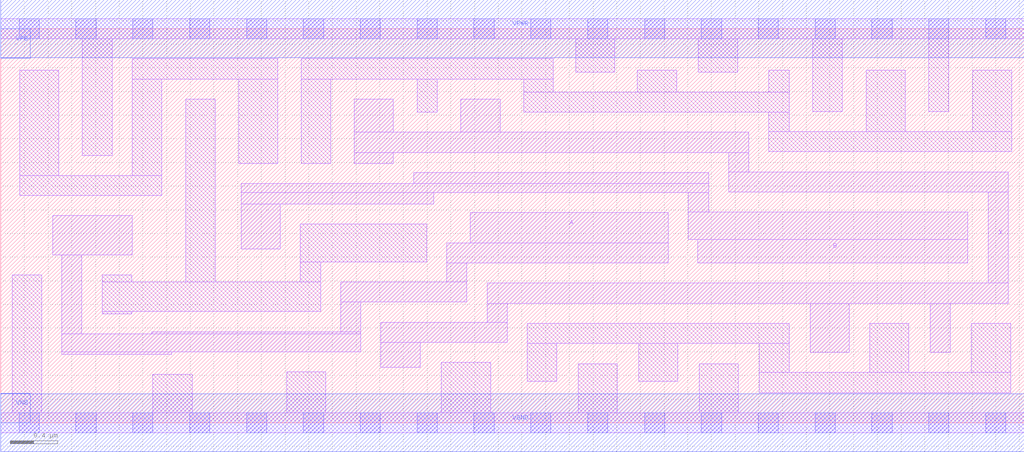
<source format=lef>
# Copyright 2020 The SkyWater PDK Authors
#
# Licensed under the Apache License, Version 2.0 (the "License");
# you may not use this file except in compliance with the License.
# You may obtain a copy of the License at
#
#     https://www.apache.org/licenses/LICENSE-2.0
#
# Unless required by applicable law or agreed to in writing, software
# distributed under the License is distributed on an "AS IS" BASIS,
# WITHOUT WARRANTIES OR CONDITIONS OF ANY KIND, either express or implied.
# See the License for the specific language governing permissions and
# limitations under the License.
#
# SPDX-License-Identifier: Apache-2.0

VERSION 5.5 ;
NAMESCASESENSITIVE ON ;
BUSBITCHARS "[]" ;
DIVIDERCHAR "/" ;
MACRO sky130_fd_sc_ms__xor2_4
  CLASS CORE ;
  SOURCE USER ;
  ORIGIN  0.000000  0.000000 ;
  SIZE  8.640000 BY  3.330000 ;
  SYMMETRY X Y ;
  SITE unit ;
  PIN A
    ANTENNAGATEAREA  1.638000 ;
    DIRECTION INPUT ;
    USE SIGNAL ;
    PORT
      LAYER li1 ;
        RECT 0.440000 1.420000 1.110000 1.750000 ;
        RECT 0.515000 0.580000 1.445000 0.600000 ;
        RECT 0.515000 0.600000 3.040000 0.750000 ;
        RECT 0.515000 0.750000 0.685000 1.420000 ;
        RECT 1.275000 0.750000 3.040000 0.770000 ;
        RECT 2.870000 0.770000 3.040000 1.020000 ;
        RECT 2.870000 1.020000 3.935000 1.190000 ;
        RECT 3.765000 1.190000 3.935000 1.350000 ;
        RECT 3.765000 1.350000 5.635000 1.520000 ;
        RECT 3.965000 1.520000 5.635000 1.775000 ;
    END
  END A
  PIN B
    ANTENNAGATEAREA  1.638000 ;
    DIRECTION INPUT ;
    USE SIGNAL ;
    PORT
      LAYER li1 ;
        RECT 2.030000 1.470000 2.360000 1.850000 ;
        RECT 2.030000 1.850000 3.655000 1.945000 ;
        RECT 2.030000 1.945000 5.975000 2.020000 ;
        RECT 3.485000 2.020000 5.975000 2.115000 ;
        RECT 5.805000 1.550000 8.165000 1.780000 ;
        RECT 5.805000 1.780000 5.975000 1.945000 ;
        RECT 5.885000 1.350000 8.165000 1.550000 ;
    END
  END B
  PIN X
    ANTENNADIFFAREA  1.504500 ;
    DIRECTION OUTPUT ;
    USE SIGNAL ;
    PORT
      LAYER li1 ;
        RECT 2.985000 2.190000 3.315000 2.285000 ;
        RECT 2.985000 2.285000 6.315000 2.455000 ;
        RECT 2.985000 2.455000 3.315000 2.735000 ;
        RECT 3.210000 0.470000 3.540000 0.680000 ;
        RECT 3.210000 0.680000 4.275000 0.850000 ;
        RECT 3.885000 2.455000 4.215000 2.735000 ;
        RECT 4.105000 0.850000 4.275000 1.010000 ;
        RECT 4.105000 1.010000 8.505000 1.180000 ;
        RECT 6.145000 1.950000 8.505000 2.120000 ;
        RECT 6.145000 2.120000 6.315000 2.285000 ;
        RECT 6.835000 0.595000 7.165000 1.010000 ;
        RECT 7.845000 0.595000 8.015000 1.010000 ;
        RECT 8.335000 1.180000 8.505000 1.950000 ;
    END
  END X
  PIN VGND
    DIRECTION INOUT ;
    USE GROUND ;
    PORT
      LAYER met1 ;
        RECT 0.000000 -0.245000 8.640000 0.245000 ;
    END
  END VGND
  PIN VNB
    DIRECTION INOUT ;
    USE GROUND ;
    PORT
      LAYER met1 ;
        RECT 0.000000 0.000000 0.250000 0.250000 ;
    END
  END VNB
  PIN VPB
    DIRECTION INOUT ;
    USE POWER ;
    PORT
      LAYER met1 ;
        RECT 0.000000 3.080000 0.250000 3.330000 ;
    END
  END VPB
  PIN VPWR
    DIRECTION INOUT ;
    USE POWER ;
    PORT
      LAYER met1 ;
        RECT 0.000000 3.085000 8.640000 3.575000 ;
    END
  END VPWR
  OBS
    LAYER li1 ;
      RECT 0.000000 -0.085000 8.640000 0.085000 ;
      RECT 0.000000  3.245000 8.640000 3.415000 ;
      RECT 0.095000  0.085000 0.345000 1.250000 ;
      RECT 0.160000  1.920000 1.360000 2.090000 ;
      RECT 0.160000  2.090000 0.490000 2.980000 ;
      RECT 0.690000  2.260000 0.940000 3.245000 ;
      RECT 0.855000  0.920000 1.105000 0.940000 ;
      RECT 0.855000  0.940000 2.700000 1.190000 ;
      RECT 0.855000  1.190000 1.105000 1.250000 ;
      RECT 1.110000  2.090000 1.360000 2.905000 ;
      RECT 1.110000  2.905000 2.340000 3.075000 ;
      RECT 1.285000  0.085000 1.615000 0.410000 ;
      RECT 1.560000  1.190000 1.810000 2.735000 ;
      RECT 2.010000  2.190000 2.340000 2.905000 ;
      RECT 2.415000  0.085000 2.745000 0.430000 ;
      RECT 2.530000  1.190000 2.700000 1.360000 ;
      RECT 2.530000  1.360000 3.595000 1.680000 ;
      RECT 2.535000  2.190000 2.785000 2.905000 ;
      RECT 2.535000  2.905000 4.665000 3.075000 ;
      RECT 3.515000  2.625000 3.685000 2.905000 ;
      RECT 3.720000  0.085000 4.135000 0.510000 ;
      RECT 4.415000  2.625000 6.655000 2.795000 ;
      RECT 4.415000  2.795000 4.665000 2.905000 ;
      RECT 4.445000  0.350000 4.695000 0.670000 ;
      RECT 4.445000  0.670000 6.655000 0.840000 ;
      RECT 4.855000  2.965000 5.185000 3.245000 ;
      RECT 4.875000  0.085000 5.205000 0.500000 ;
      RECT 5.375000  2.795000 5.705000 2.980000 ;
      RECT 5.385000  0.350000 5.715000 0.670000 ;
      RECT 5.890000  2.965000 6.220000 3.245000 ;
      RECT 5.895000  0.085000 6.225000 0.500000 ;
      RECT 6.405000  0.255000 8.525000 0.425000 ;
      RECT 6.405000  0.425000 6.655000 0.670000 ;
      RECT 6.485000  2.290000 8.535000 2.460000 ;
      RECT 6.485000  2.460000 6.655000 2.625000 ;
      RECT 6.485000  2.795000 6.655000 2.980000 ;
      RECT 6.855000  2.630000 7.105000 3.245000 ;
      RECT 7.305000  2.460000 7.635000 2.980000 ;
      RECT 7.335000  0.425000 7.665000 0.840000 ;
      RECT 7.835000  2.630000 8.005000 3.245000 ;
      RECT 8.195000  0.425000 8.525000 0.840000 ;
      RECT 8.205000  2.460000 8.535000 2.980000 ;
    LAYER mcon ;
      RECT 0.155000 -0.085000 0.325000 0.085000 ;
      RECT 0.155000  3.245000 0.325000 3.415000 ;
      RECT 0.635000 -0.085000 0.805000 0.085000 ;
      RECT 0.635000  3.245000 0.805000 3.415000 ;
      RECT 1.115000 -0.085000 1.285000 0.085000 ;
      RECT 1.115000  3.245000 1.285000 3.415000 ;
      RECT 1.595000 -0.085000 1.765000 0.085000 ;
      RECT 1.595000  3.245000 1.765000 3.415000 ;
      RECT 2.075000 -0.085000 2.245000 0.085000 ;
      RECT 2.075000  3.245000 2.245000 3.415000 ;
      RECT 2.555000 -0.085000 2.725000 0.085000 ;
      RECT 2.555000  3.245000 2.725000 3.415000 ;
      RECT 3.035000 -0.085000 3.205000 0.085000 ;
      RECT 3.035000  3.245000 3.205000 3.415000 ;
      RECT 3.515000 -0.085000 3.685000 0.085000 ;
      RECT 3.515000  3.245000 3.685000 3.415000 ;
      RECT 3.995000 -0.085000 4.165000 0.085000 ;
      RECT 3.995000  3.245000 4.165000 3.415000 ;
      RECT 4.475000 -0.085000 4.645000 0.085000 ;
      RECT 4.475000  3.245000 4.645000 3.415000 ;
      RECT 4.955000 -0.085000 5.125000 0.085000 ;
      RECT 4.955000  3.245000 5.125000 3.415000 ;
      RECT 5.435000 -0.085000 5.605000 0.085000 ;
      RECT 5.435000  3.245000 5.605000 3.415000 ;
      RECT 5.915000 -0.085000 6.085000 0.085000 ;
      RECT 5.915000  3.245000 6.085000 3.415000 ;
      RECT 6.395000 -0.085000 6.565000 0.085000 ;
      RECT 6.395000  3.245000 6.565000 3.415000 ;
      RECT 6.875000 -0.085000 7.045000 0.085000 ;
      RECT 6.875000  3.245000 7.045000 3.415000 ;
      RECT 7.355000 -0.085000 7.525000 0.085000 ;
      RECT 7.355000  3.245000 7.525000 3.415000 ;
      RECT 7.835000 -0.085000 8.005000 0.085000 ;
      RECT 7.835000  3.245000 8.005000 3.415000 ;
      RECT 8.315000 -0.085000 8.485000 0.085000 ;
      RECT 8.315000  3.245000 8.485000 3.415000 ;
  END
END sky130_fd_sc_ms__xor2_4
END LIBRARY

</source>
